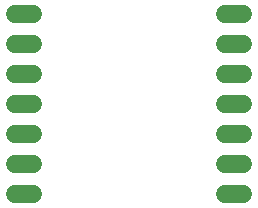
<source format=gbr>
G04 EAGLE Gerber RS-274X export*
G75*
%MOMM*%
%FSLAX34Y34*%
%LPD*%
%INBottom Copper*%
%IPPOS*%
%AMOC8*
5,1,8,0,0,1.08239X$1,22.5*%
G01*
G04 Define Apertures*
%ADD10C,1.524000*%
D10*
X43180Y170180D02*
X58420Y170180D01*
X58420Y144780D02*
X43180Y144780D01*
X43180Y119380D02*
X58420Y119380D01*
X58420Y93980D02*
X43180Y93980D01*
X43180Y68580D02*
X58420Y68580D01*
X58420Y43180D02*
X43180Y43180D01*
X43180Y17780D02*
X58420Y17780D01*
X220980Y17780D02*
X236220Y17780D01*
X236220Y43180D02*
X220980Y43180D01*
X220980Y68580D02*
X236220Y68580D01*
X236220Y93980D02*
X220980Y93980D01*
X220980Y119380D02*
X236220Y119380D01*
X236220Y144780D02*
X220980Y144780D01*
X220980Y170180D02*
X236220Y170180D01*
M02*

</source>
